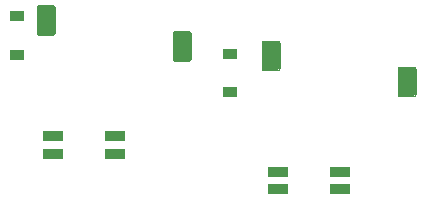
<source format=gbp>
G04 EAGLE Gerber RS-274X export*
G75*
%MOMM*%
%FSLAX34Y34*%
%LPD*%
%INSolderpaste Bottom*%
%IPPOS*%
%AMOC8*
5,1,8,0,0,1.08239X$1,22.5*%
G01*
G04 Define Apertures*
%ADD10R,1.220000X0.910000*%
%ADD11R,1.800000X0.820000*%
%ADD12C,0.120000*%
G36*
X-120250Y69500D02*
X-120250Y48500D01*
X-122250Y46500D01*
X-133400Y46500D01*
X-135400Y48500D01*
X-135400Y69500D01*
X-133400Y71500D01*
X-122250Y71500D01*
X-120250Y69500D01*
G37*
G36*
X-5100Y47500D02*
X-5100Y26500D01*
X-7100Y24500D01*
X-18250Y24500D01*
X-20250Y26500D01*
X-20250Y47500D01*
X-18250Y49500D01*
X-7100Y49500D01*
X-5100Y47500D01*
G37*
G36*
X70250Y39500D02*
X70250Y18500D01*
X68250Y16500D01*
X57100Y16500D01*
X55100Y18500D01*
X55100Y39500D01*
X57100Y41500D01*
X68250Y41500D01*
X70250Y39500D01*
G37*
G36*
X185400Y17500D02*
X185400Y-3500D01*
X183400Y-5500D01*
X172250Y-5500D01*
X170250Y-3500D01*
X170250Y17500D01*
X172250Y19500D01*
X183400Y19500D01*
X185400Y17500D01*
G37*
D10*
X-151700Y29490D03*
X-151700Y62190D03*
X28500Y-2290D03*
X28500Y30410D03*
D11*
X-121351Y-54500D03*
X-121351Y-39500D03*
X-69351Y-39500D03*
X-69351Y-54500D03*
X69149Y-84500D03*
X69149Y-69500D03*
X121149Y-69500D03*
X121149Y-84500D03*
D12*
X-5100Y26500D02*
X-5100Y47500D01*
X-7100Y49500D02*
X-18250Y49500D01*
X-18250Y24500D02*
X-7100Y24500D01*
X-20250Y26500D02*
X-20250Y47500D01*
X-120250Y48500D02*
X-120250Y69500D01*
X-122250Y46500D02*
X-133400Y46500D01*
X-133400Y71500D02*
X-122250Y71500D01*
X-135400Y69500D02*
X-135400Y48500D01*
X-7100Y24500D02*
X-7013Y24502D01*
X-6926Y24508D01*
X-6839Y24517D01*
X-6753Y24530D01*
X-6667Y24547D01*
X-6582Y24568D01*
X-6499Y24593D01*
X-6416Y24621D01*
X-6335Y24652D01*
X-6255Y24687D01*
X-6176Y24726D01*
X-6100Y24768D01*
X-6025Y24813D01*
X-5953Y24862D01*
X-5882Y24913D01*
X-5814Y24968D01*
X-5749Y25025D01*
X-5686Y25086D01*
X-5625Y25149D01*
X-5568Y25214D01*
X-5513Y25282D01*
X-5462Y25353D01*
X-5413Y25425D01*
X-5368Y25500D01*
X-5326Y25576D01*
X-5287Y25655D01*
X-5252Y25735D01*
X-5221Y25816D01*
X-5193Y25899D01*
X-5168Y25982D01*
X-5147Y26067D01*
X-5130Y26153D01*
X-5117Y26239D01*
X-5108Y26326D01*
X-5102Y26413D01*
X-5100Y26500D01*
X-5100Y47500D02*
X-5102Y47587D01*
X-5108Y47674D01*
X-5117Y47761D01*
X-5130Y47847D01*
X-5147Y47933D01*
X-5168Y48018D01*
X-5193Y48101D01*
X-5221Y48184D01*
X-5252Y48265D01*
X-5287Y48345D01*
X-5326Y48424D01*
X-5368Y48500D01*
X-5413Y48575D01*
X-5462Y48647D01*
X-5513Y48718D01*
X-5568Y48786D01*
X-5625Y48851D01*
X-5686Y48914D01*
X-5749Y48975D01*
X-5814Y49032D01*
X-5882Y49087D01*
X-5953Y49138D01*
X-6025Y49187D01*
X-6100Y49232D01*
X-6176Y49274D01*
X-6255Y49313D01*
X-6335Y49348D01*
X-6416Y49379D01*
X-6499Y49407D01*
X-6582Y49432D01*
X-6667Y49453D01*
X-6753Y49470D01*
X-6839Y49483D01*
X-6926Y49492D01*
X-7013Y49498D01*
X-7100Y49500D01*
X-20250Y26500D02*
X-20248Y26413D01*
X-20242Y26326D01*
X-20233Y26239D01*
X-20220Y26153D01*
X-20203Y26067D01*
X-20182Y25982D01*
X-20157Y25899D01*
X-20129Y25816D01*
X-20098Y25735D01*
X-20063Y25655D01*
X-20024Y25576D01*
X-19982Y25500D01*
X-19937Y25425D01*
X-19888Y25353D01*
X-19837Y25282D01*
X-19782Y25214D01*
X-19725Y25149D01*
X-19664Y25086D01*
X-19601Y25025D01*
X-19536Y24968D01*
X-19468Y24913D01*
X-19397Y24862D01*
X-19325Y24813D01*
X-19250Y24768D01*
X-19174Y24726D01*
X-19095Y24687D01*
X-19015Y24652D01*
X-18934Y24621D01*
X-18851Y24593D01*
X-18768Y24568D01*
X-18683Y24547D01*
X-18597Y24530D01*
X-18511Y24517D01*
X-18424Y24508D01*
X-18337Y24502D01*
X-18250Y24500D01*
X-20250Y47500D02*
X-20248Y47587D01*
X-20242Y47674D01*
X-20233Y47761D01*
X-20220Y47847D01*
X-20203Y47933D01*
X-20182Y48018D01*
X-20157Y48101D01*
X-20129Y48184D01*
X-20098Y48265D01*
X-20063Y48345D01*
X-20024Y48424D01*
X-19982Y48500D01*
X-19937Y48575D01*
X-19888Y48647D01*
X-19837Y48718D01*
X-19782Y48786D01*
X-19725Y48851D01*
X-19664Y48914D01*
X-19601Y48975D01*
X-19536Y49032D01*
X-19468Y49087D01*
X-19397Y49138D01*
X-19325Y49187D01*
X-19250Y49232D01*
X-19174Y49274D01*
X-19095Y49313D01*
X-19015Y49348D01*
X-18934Y49379D01*
X-18851Y49407D01*
X-18768Y49432D01*
X-18683Y49453D01*
X-18597Y49470D01*
X-18511Y49483D01*
X-18424Y49492D01*
X-18337Y49498D01*
X-18250Y49500D01*
X-120250Y48500D02*
X-120252Y48413D01*
X-120258Y48326D01*
X-120267Y48239D01*
X-120280Y48153D01*
X-120297Y48067D01*
X-120318Y47982D01*
X-120343Y47899D01*
X-120371Y47816D01*
X-120402Y47735D01*
X-120437Y47655D01*
X-120476Y47576D01*
X-120518Y47500D01*
X-120563Y47425D01*
X-120612Y47353D01*
X-120663Y47282D01*
X-120718Y47214D01*
X-120775Y47149D01*
X-120836Y47086D01*
X-120899Y47025D01*
X-120964Y46968D01*
X-121032Y46913D01*
X-121103Y46862D01*
X-121175Y46813D01*
X-121250Y46768D01*
X-121326Y46726D01*
X-121405Y46687D01*
X-121485Y46652D01*
X-121566Y46621D01*
X-121649Y46593D01*
X-121732Y46568D01*
X-121817Y46547D01*
X-121903Y46530D01*
X-121989Y46517D01*
X-122076Y46508D01*
X-122163Y46502D01*
X-122250Y46500D01*
X-120250Y69500D02*
X-120252Y69587D01*
X-120258Y69674D01*
X-120267Y69761D01*
X-120280Y69847D01*
X-120297Y69933D01*
X-120318Y70018D01*
X-120343Y70101D01*
X-120371Y70184D01*
X-120402Y70265D01*
X-120437Y70345D01*
X-120476Y70424D01*
X-120518Y70500D01*
X-120563Y70575D01*
X-120612Y70647D01*
X-120663Y70718D01*
X-120718Y70786D01*
X-120775Y70851D01*
X-120836Y70914D01*
X-120899Y70975D01*
X-120964Y71032D01*
X-121032Y71087D01*
X-121103Y71138D01*
X-121175Y71187D01*
X-121250Y71232D01*
X-121326Y71274D01*
X-121405Y71313D01*
X-121485Y71348D01*
X-121566Y71379D01*
X-121649Y71407D01*
X-121732Y71432D01*
X-121817Y71453D01*
X-121903Y71470D01*
X-121989Y71483D01*
X-122076Y71492D01*
X-122163Y71498D01*
X-122250Y71500D01*
X-135400Y48500D02*
X-135398Y48413D01*
X-135392Y48326D01*
X-135383Y48239D01*
X-135370Y48153D01*
X-135353Y48067D01*
X-135332Y47982D01*
X-135307Y47899D01*
X-135279Y47816D01*
X-135248Y47735D01*
X-135213Y47655D01*
X-135174Y47576D01*
X-135132Y47500D01*
X-135087Y47425D01*
X-135038Y47353D01*
X-134987Y47282D01*
X-134932Y47214D01*
X-134875Y47149D01*
X-134814Y47086D01*
X-134751Y47025D01*
X-134686Y46968D01*
X-134618Y46913D01*
X-134547Y46862D01*
X-134475Y46813D01*
X-134400Y46768D01*
X-134324Y46726D01*
X-134245Y46687D01*
X-134165Y46652D01*
X-134084Y46621D01*
X-134001Y46593D01*
X-133918Y46568D01*
X-133833Y46547D01*
X-133747Y46530D01*
X-133661Y46517D01*
X-133574Y46508D01*
X-133487Y46502D01*
X-133400Y46500D01*
X-135400Y69500D02*
X-135398Y69587D01*
X-135392Y69674D01*
X-135383Y69761D01*
X-135370Y69847D01*
X-135353Y69933D01*
X-135332Y70018D01*
X-135307Y70101D01*
X-135279Y70184D01*
X-135248Y70265D01*
X-135213Y70345D01*
X-135174Y70424D01*
X-135132Y70500D01*
X-135087Y70575D01*
X-135038Y70647D01*
X-134987Y70718D01*
X-134932Y70786D01*
X-134875Y70851D01*
X-134814Y70914D01*
X-134751Y70975D01*
X-134686Y71032D01*
X-134618Y71087D01*
X-134547Y71138D01*
X-134475Y71187D01*
X-134400Y71232D01*
X-134324Y71274D01*
X-134245Y71313D01*
X-134165Y71348D01*
X-134084Y71379D01*
X-134001Y71407D01*
X-133918Y71432D01*
X-133833Y71453D01*
X-133747Y71470D01*
X-133661Y71483D01*
X-133574Y71492D01*
X-133487Y71498D01*
X-133400Y71500D01*
X185400Y17500D02*
X185400Y-3500D01*
X183400Y19500D02*
X172250Y19500D01*
X172250Y-5500D02*
X183400Y-5500D01*
X170250Y-3500D02*
X170250Y17500D01*
X70250Y18500D02*
X70250Y39500D01*
X68250Y16500D02*
X57100Y16500D01*
X57100Y41500D02*
X68250Y41500D01*
X55100Y39500D02*
X55100Y18500D01*
X183400Y-5500D02*
X183487Y-5498D01*
X183574Y-5492D01*
X183661Y-5483D01*
X183747Y-5470D01*
X183833Y-5453D01*
X183918Y-5432D01*
X184001Y-5407D01*
X184084Y-5379D01*
X184165Y-5348D01*
X184245Y-5313D01*
X184324Y-5274D01*
X184400Y-5232D01*
X184475Y-5187D01*
X184547Y-5138D01*
X184618Y-5087D01*
X184686Y-5032D01*
X184751Y-4975D01*
X184814Y-4914D01*
X184875Y-4851D01*
X184932Y-4786D01*
X184987Y-4718D01*
X185038Y-4647D01*
X185087Y-4575D01*
X185132Y-4500D01*
X185174Y-4424D01*
X185213Y-4345D01*
X185248Y-4265D01*
X185279Y-4184D01*
X185307Y-4101D01*
X185332Y-4018D01*
X185353Y-3933D01*
X185370Y-3847D01*
X185383Y-3761D01*
X185392Y-3674D01*
X185398Y-3587D01*
X185400Y-3500D01*
X185400Y17500D02*
X185398Y17587D01*
X185392Y17674D01*
X185383Y17761D01*
X185370Y17847D01*
X185353Y17933D01*
X185332Y18018D01*
X185307Y18101D01*
X185279Y18184D01*
X185248Y18265D01*
X185213Y18345D01*
X185174Y18424D01*
X185132Y18500D01*
X185087Y18575D01*
X185038Y18647D01*
X184987Y18718D01*
X184932Y18786D01*
X184875Y18851D01*
X184814Y18914D01*
X184751Y18975D01*
X184686Y19032D01*
X184618Y19087D01*
X184547Y19138D01*
X184475Y19187D01*
X184400Y19232D01*
X184324Y19274D01*
X184245Y19313D01*
X184165Y19348D01*
X184084Y19379D01*
X184001Y19407D01*
X183918Y19432D01*
X183833Y19453D01*
X183747Y19470D01*
X183661Y19483D01*
X183574Y19492D01*
X183487Y19498D01*
X183400Y19500D01*
X170250Y-3500D02*
X170252Y-3587D01*
X170258Y-3674D01*
X170267Y-3761D01*
X170280Y-3847D01*
X170297Y-3933D01*
X170318Y-4018D01*
X170343Y-4101D01*
X170371Y-4184D01*
X170402Y-4265D01*
X170437Y-4345D01*
X170476Y-4424D01*
X170518Y-4500D01*
X170563Y-4575D01*
X170612Y-4647D01*
X170663Y-4718D01*
X170718Y-4786D01*
X170775Y-4851D01*
X170836Y-4914D01*
X170899Y-4975D01*
X170964Y-5032D01*
X171032Y-5087D01*
X171103Y-5138D01*
X171175Y-5187D01*
X171250Y-5232D01*
X171326Y-5274D01*
X171405Y-5313D01*
X171485Y-5348D01*
X171566Y-5379D01*
X171649Y-5407D01*
X171732Y-5432D01*
X171817Y-5453D01*
X171903Y-5470D01*
X171989Y-5483D01*
X172076Y-5492D01*
X172163Y-5498D01*
X172250Y-5500D01*
X170250Y17500D02*
X170252Y17587D01*
X170258Y17674D01*
X170267Y17761D01*
X170280Y17847D01*
X170297Y17933D01*
X170318Y18018D01*
X170343Y18101D01*
X170371Y18184D01*
X170402Y18265D01*
X170437Y18345D01*
X170476Y18424D01*
X170518Y18500D01*
X170563Y18575D01*
X170612Y18647D01*
X170663Y18718D01*
X170718Y18786D01*
X170775Y18851D01*
X170836Y18914D01*
X170899Y18975D01*
X170964Y19032D01*
X171032Y19087D01*
X171103Y19138D01*
X171175Y19187D01*
X171250Y19232D01*
X171326Y19274D01*
X171405Y19313D01*
X171485Y19348D01*
X171566Y19379D01*
X171649Y19407D01*
X171732Y19432D01*
X171817Y19453D01*
X171903Y19470D01*
X171989Y19483D01*
X172076Y19492D01*
X172163Y19498D01*
X172250Y19500D01*
X70250Y18500D02*
X70248Y18413D01*
X70242Y18326D01*
X70233Y18239D01*
X70220Y18153D01*
X70203Y18067D01*
X70182Y17982D01*
X70157Y17899D01*
X70129Y17816D01*
X70098Y17735D01*
X70063Y17655D01*
X70024Y17576D01*
X69982Y17500D01*
X69937Y17425D01*
X69888Y17353D01*
X69837Y17282D01*
X69782Y17214D01*
X69725Y17149D01*
X69664Y17086D01*
X69601Y17025D01*
X69536Y16968D01*
X69468Y16913D01*
X69397Y16862D01*
X69325Y16813D01*
X69250Y16768D01*
X69174Y16726D01*
X69095Y16687D01*
X69015Y16652D01*
X68934Y16621D01*
X68851Y16593D01*
X68768Y16568D01*
X68683Y16547D01*
X68597Y16530D01*
X68511Y16517D01*
X68424Y16508D01*
X68337Y16502D01*
X68250Y16500D01*
X70250Y39500D02*
X70248Y39587D01*
X70242Y39674D01*
X70233Y39761D01*
X70220Y39847D01*
X70203Y39933D01*
X70182Y40018D01*
X70157Y40101D01*
X70129Y40184D01*
X70098Y40265D01*
X70063Y40345D01*
X70024Y40424D01*
X69982Y40500D01*
X69937Y40575D01*
X69888Y40647D01*
X69837Y40718D01*
X69782Y40786D01*
X69725Y40851D01*
X69664Y40914D01*
X69601Y40975D01*
X69536Y41032D01*
X69468Y41087D01*
X69397Y41138D01*
X69325Y41187D01*
X69250Y41232D01*
X69174Y41274D01*
X69095Y41313D01*
X69015Y41348D01*
X68934Y41379D01*
X68851Y41407D01*
X68768Y41432D01*
X68683Y41453D01*
X68597Y41470D01*
X68511Y41483D01*
X68424Y41492D01*
X68337Y41498D01*
X68250Y41500D01*
X55100Y18500D02*
X55102Y18413D01*
X55108Y18326D01*
X55117Y18239D01*
X55130Y18153D01*
X55147Y18067D01*
X55168Y17982D01*
X55193Y17899D01*
X55221Y17816D01*
X55252Y17735D01*
X55287Y17655D01*
X55326Y17576D01*
X55368Y17500D01*
X55413Y17425D01*
X55462Y17353D01*
X55513Y17282D01*
X55568Y17214D01*
X55625Y17149D01*
X55686Y17086D01*
X55749Y17025D01*
X55814Y16968D01*
X55882Y16913D01*
X55953Y16862D01*
X56025Y16813D01*
X56100Y16768D01*
X56176Y16726D01*
X56255Y16687D01*
X56335Y16652D01*
X56416Y16621D01*
X56499Y16593D01*
X56582Y16568D01*
X56667Y16547D01*
X56753Y16530D01*
X56839Y16517D01*
X56926Y16508D01*
X57013Y16502D01*
X57100Y16500D01*
X55100Y39500D02*
X55102Y39587D01*
X55108Y39674D01*
X55117Y39761D01*
X55130Y39847D01*
X55147Y39933D01*
X55168Y40018D01*
X55193Y40101D01*
X55221Y40184D01*
X55252Y40265D01*
X55287Y40345D01*
X55326Y40424D01*
X55368Y40500D01*
X55413Y40575D01*
X55462Y40647D01*
X55513Y40718D01*
X55568Y40786D01*
X55625Y40851D01*
X55686Y40914D01*
X55749Y40975D01*
X55814Y41032D01*
X55882Y41087D01*
X55953Y41138D01*
X56025Y41187D01*
X56100Y41232D01*
X56176Y41274D01*
X56255Y41313D01*
X56335Y41348D01*
X56416Y41379D01*
X56499Y41407D01*
X56582Y41432D01*
X56667Y41453D01*
X56753Y41470D01*
X56839Y41483D01*
X56926Y41492D01*
X57013Y41498D01*
X57100Y41500D01*
M02*

</source>
